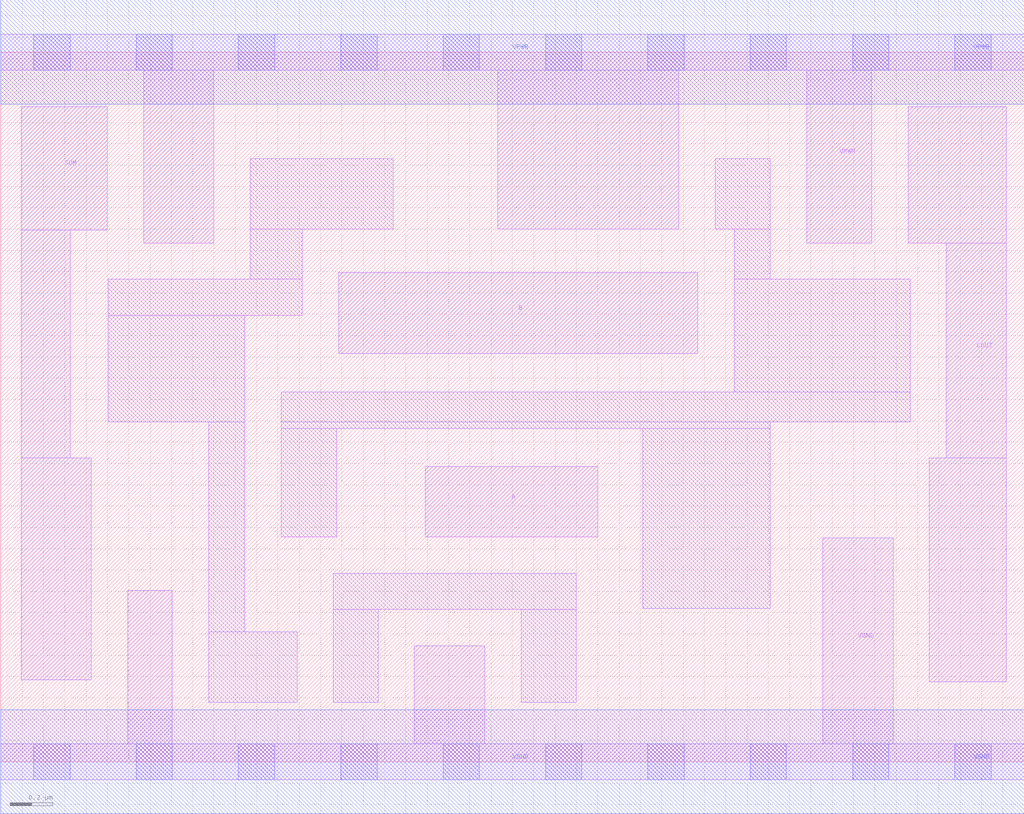
<source format=lef>
# Copyright 2020 The SkyWater PDK Authors
#
# Licensed under the Apache License, Version 2.0 (the "License");
# you may not use this file except in compliance with the License.
# You may obtain a copy of the License at
#
#     https://www.apache.org/licenses/LICENSE-2.0
#
# Unless required by applicable law or agreed to in writing, software
# distributed under the License is distributed on an "AS IS" BASIS,
# WITHOUT WARRANTIES OR CONDITIONS OF ANY KIND, either express or implied.
# See the License for the specific language governing permissions and
# limitations under the License.
#
# SPDX-License-Identifier: Apache-2.0

VERSION 5.7 ;
  NAMESCASESENSITIVE ON ;
  NOWIREEXTENSIONATPIN ON ;
  DIVIDERCHAR "/" ;
  BUSBITCHARS "[]" ;
UNITS
  DATABASE MICRONS 200 ;
END UNITS
MACRO sky130_fd_sc_lp__ha_0
  CLASS CORE ;
  SOURCE USER ;
  FOREIGN sky130_fd_sc_lp__ha_0 ;
  ORIGIN  0.000000  0.000000 ;
  SIZE  4.800000 BY  3.330000 ;
  SYMMETRY X Y R90 ;
  SITE unit ;
  PIN A
    ANTENNAGATEAREA  0.252000 ;
    DIRECTION INPUT ;
    USE SIGNAL ;
    PORT
      LAYER li1 ;
        RECT 1.990000 1.055000 2.800000 1.385000 ;
    END
  END A
  PIN B
    ANTENNAGATEAREA  0.252000 ;
    DIRECTION INPUT ;
    USE SIGNAL ;
    PORT
      LAYER li1 ;
        RECT 1.585000 1.915000 3.270000 2.295000 ;
    END
  END B
  PIN COUT
    ANTENNADIFFAREA  0.280900 ;
    DIRECTION OUTPUT ;
    USE SIGNAL ;
    PORT
      LAYER li1 ;
        RECT 4.255000 2.435000 4.715000 3.075000 ;
        RECT 4.355000 0.375000 4.715000 1.425000 ;
        RECT 4.435000 1.425000 4.715000 2.435000 ;
    END
  END COUT
  PIN SUM
    ANTENNADIFFAREA  0.293700 ;
    DIRECTION OUTPUT ;
    USE SIGNAL ;
    PORT
      LAYER li1 ;
        RECT 0.095000 0.385000 0.425000 1.425000 ;
        RECT 0.095000 1.425000 0.325000 2.495000 ;
        RECT 0.095000 2.495000 0.500000 3.075000 ;
    END
  END SUM
  PIN VGND
    DIRECTION INOUT ;
    USE GROUND ;
    PORT
      LAYER li1 ;
        RECT 0.000000 -0.085000 4.800000 0.085000 ;
        RECT 0.595000  0.085000 0.805000 0.805000 ;
        RECT 1.940000  0.085000 2.270000 0.545000 ;
        RECT 3.855000  0.085000 4.185000 1.050000 ;
      LAYER mcon ;
        RECT 0.155000 -0.085000 0.325000 0.085000 ;
        RECT 0.635000 -0.085000 0.805000 0.085000 ;
        RECT 1.115000 -0.085000 1.285000 0.085000 ;
        RECT 1.595000 -0.085000 1.765000 0.085000 ;
        RECT 2.075000 -0.085000 2.245000 0.085000 ;
        RECT 2.555000 -0.085000 2.725000 0.085000 ;
        RECT 3.035000 -0.085000 3.205000 0.085000 ;
        RECT 3.515000 -0.085000 3.685000 0.085000 ;
        RECT 3.995000 -0.085000 4.165000 0.085000 ;
        RECT 4.475000 -0.085000 4.645000 0.085000 ;
      LAYER met1 ;
        RECT 0.000000 -0.245000 4.800000 0.245000 ;
    END
  END VGND
  PIN VPWR
    DIRECTION INOUT ;
    USE POWER ;
    PORT
      LAYER li1 ;
        RECT 0.000000 3.245000 4.800000 3.415000 ;
        RECT 0.670000 2.435000 1.000000 3.245000 ;
        RECT 2.330000 2.500000 3.180000 3.245000 ;
        RECT 3.780000 2.435000 4.085000 3.245000 ;
      LAYER mcon ;
        RECT 0.155000 3.245000 0.325000 3.415000 ;
        RECT 0.635000 3.245000 0.805000 3.415000 ;
        RECT 1.115000 3.245000 1.285000 3.415000 ;
        RECT 1.595000 3.245000 1.765000 3.415000 ;
        RECT 2.075000 3.245000 2.245000 3.415000 ;
        RECT 2.555000 3.245000 2.725000 3.415000 ;
        RECT 3.035000 3.245000 3.205000 3.415000 ;
        RECT 3.515000 3.245000 3.685000 3.415000 ;
        RECT 3.995000 3.245000 4.165000 3.415000 ;
        RECT 4.475000 3.245000 4.645000 3.415000 ;
      LAYER met1 ;
        RECT 0.000000 3.085000 4.800000 3.575000 ;
    END
  END VPWR
  OBS
    LAYER li1 ;
      RECT 0.505000 1.595000 1.145000 2.095000 ;
      RECT 0.505000 2.095000 1.415000 2.265000 ;
      RECT 0.975000 0.280000 1.390000 0.610000 ;
      RECT 0.975000 0.610000 1.145000 1.595000 ;
      RECT 1.170000 2.265000 1.415000 2.500000 ;
      RECT 1.170000 2.500000 1.840000 2.830000 ;
      RECT 1.315000 1.055000 1.575000 1.565000 ;
      RECT 1.315000 1.565000 3.610000 1.595000 ;
      RECT 1.315000 1.595000 4.265000 1.735000 ;
      RECT 1.560000 0.280000 1.770000 0.715000 ;
      RECT 1.560000 0.715000 2.700000 0.885000 ;
      RECT 2.440000 0.280000 2.700000 0.715000 ;
      RECT 3.010000 0.720000 3.610000 1.565000 ;
      RECT 3.350000 2.500000 3.610000 2.830000 ;
      RECT 3.440000 1.735000 4.265000 2.265000 ;
      RECT 3.440000 2.265000 3.610000 2.500000 ;
  END
END sky130_fd_sc_lp__ha_0

</source>
